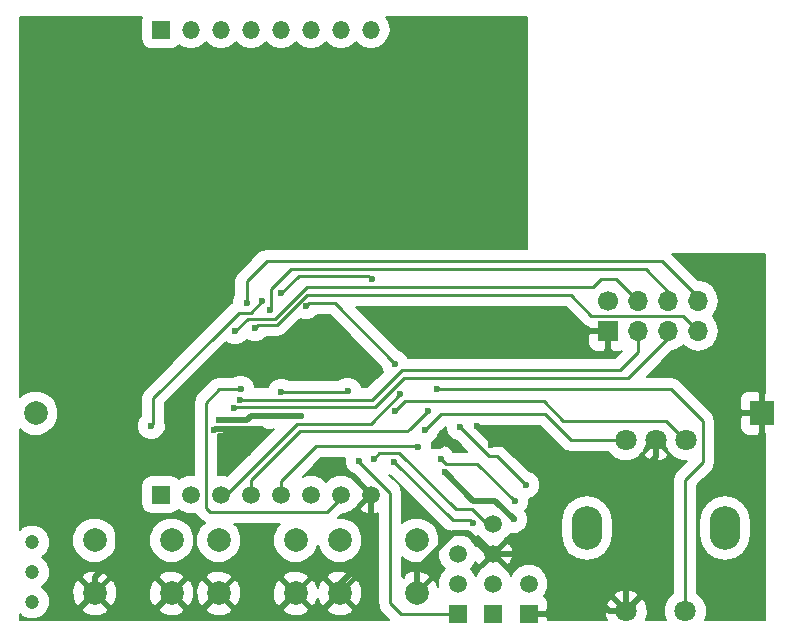
<source format=gbr>
G04 #@! TF.FileFunction,Copper,L2,Bot,Signal*
%FSLAX46Y46*%
G04 Gerber Fmt 4.6, Leading zero omitted, Abs format (unit mm)*
G04 Created by KiCad (PCBNEW 4.0.2-stable) date 22/10/2018 19:31:19*
%MOMM*%
G01*
G04 APERTURE LIST*
%ADD10C,0.100000*%
%ADD11R,1.524000X1.524000*%
%ADD12O,1.500000X1.500000*%
%ADD13R,1.500000X1.500000*%
%ADD14C,1.500000*%
%ADD15C,1.200000*%
%ADD16C,2.000000*%
%ADD17C,1.800000*%
%ADD18O,2.600000X3.700000*%
%ADD19C,1.700000*%
%ADD20R,1.700000X1.700000*%
%ADD21O,1.700000X1.700000*%
%ADD22R,2.000000X2.000000*%
%ADD23C,0.600000*%
%ADD24C,0.500000*%
%ADD25C,0.250000*%
%ADD26C,0.200000*%
G04 APERTURE END LIST*
D10*
D11*
X65910000Y-39070000D03*
D12*
X68450000Y-39070000D03*
X70990000Y-39070000D03*
X73530000Y-39070000D03*
X76070000Y-39070000D03*
X78610000Y-39070000D03*
X81150000Y-39070000D03*
X83690000Y-39070000D03*
D13*
X65910000Y-78440000D03*
D14*
X68450000Y-78440000D03*
X70990000Y-78440000D03*
X73530000Y-78440000D03*
X76070000Y-78440000D03*
X78610000Y-78440000D03*
X81150000Y-78440000D03*
X83690000Y-78440000D03*
D15*
X55000000Y-82500000D03*
X55000000Y-85000000D03*
X55000000Y-87500000D03*
D16*
X60300000Y-82300000D03*
X66800000Y-82300000D03*
X60300000Y-86800000D03*
X66800000Y-86800000D03*
X70800000Y-82300000D03*
X77300000Y-82300000D03*
X70800000Y-86800000D03*
X77300000Y-86800000D03*
X81050000Y-82300000D03*
X87550000Y-82300000D03*
X81050000Y-86800000D03*
X87550000Y-86800000D03*
D17*
X107800000Y-73800000D03*
X110350000Y-73800000D03*
X105250000Y-73800000D03*
X110300000Y-88300000D03*
X105300000Y-88300000D03*
D18*
X113650000Y-81300000D03*
X101950000Y-81300000D03*
D19*
X103770000Y-62050000D03*
D20*
X103770000Y-64590000D03*
D21*
X106310000Y-62050000D03*
X106310000Y-64590000D03*
X108850000Y-62050000D03*
X108850000Y-64590000D03*
X111390000Y-62050000D03*
X111390000Y-64590000D03*
D13*
X97050000Y-88550000D03*
D14*
X97050000Y-86010000D03*
D13*
X94050000Y-88550000D03*
D14*
X94050000Y-86010000D03*
X94050000Y-83470000D03*
X94050000Y-80930000D03*
D13*
X91050000Y-88550000D03*
D14*
X91050000Y-86010000D03*
X91050000Y-83470000D03*
D22*
X116800000Y-71550000D03*
D16*
X55300000Y-71550000D03*
D23*
X76400000Y-65600000D03*
X76337500Y-67262500D03*
X78000000Y-67200000D03*
X78062500Y-65537500D03*
X90000000Y-73850000D03*
X92650000Y-72600000D03*
X74400000Y-72900000D03*
X73300000Y-74950000D03*
X74400000Y-72900000D03*
X70400000Y-72950000D03*
X64950000Y-59350000D03*
X66500000Y-64350000D03*
X83900000Y-63550000D03*
X61250000Y-76950000D03*
X93850000Y-74250000D03*
X58350000Y-68550000D03*
X65450000Y-68300000D03*
X77800000Y-71800000D03*
X70800000Y-72100000D03*
X75100000Y-71750000D03*
X89950000Y-76550000D03*
X95800000Y-80550000D03*
X85700000Y-71400000D03*
X88250000Y-73000000D03*
X78200000Y-62500000D03*
X96800000Y-77650000D03*
X91200000Y-72750000D03*
X85750000Y-67400000D03*
X89300000Y-69500000D03*
X76100000Y-61400000D03*
X83750000Y-60200000D03*
X74500000Y-62050000D03*
X65100000Y-72650000D03*
X75100000Y-62800000D03*
X73850000Y-64350000D03*
X73150000Y-62200000D03*
X72200000Y-64600000D03*
X72100000Y-71150000D03*
X72600000Y-70400000D03*
X72650000Y-69500000D03*
X81700000Y-69650000D03*
X76100000Y-69750000D03*
X95850000Y-79000000D03*
X89600000Y-75450000D03*
X82700000Y-75600000D03*
X83900000Y-75400000D03*
X94050000Y-80930000D03*
X85650000Y-75650000D03*
X92300000Y-80850000D03*
X87650000Y-74400000D03*
X86150000Y-69950000D03*
X88500000Y-71350000D03*
D24*
X76337500Y-67262500D02*
X76400000Y-67200000D01*
X76400000Y-67200000D02*
X78000000Y-67200000D01*
X78062500Y-65537500D02*
X78000000Y-65600000D01*
X78000000Y-65600000D02*
X76400000Y-65600000D01*
X93850000Y-74250000D02*
X93850000Y-73800000D01*
X89500000Y-74350000D02*
X89050000Y-74350000D01*
X90000000Y-73850000D02*
X89500000Y-74350000D01*
X93850000Y-73800000D02*
X92650000Y-72600000D01*
X74400000Y-72900000D02*
X73300000Y-74000000D01*
X73300000Y-74000000D02*
X73300000Y-74950000D01*
X70450000Y-72900000D02*
X74400000Y-72900000D01*
X70400000Y-72950000D02*
X70450000Y-72900000D01*
X66500000Y-60900000D02*
X66500000Y-64350000D01*
X66500000Y-60900000D02*
X64950000Y-59350000D01*
X98970000Y-83470000D02*
X98970000Y-77930000D01*
X98970000Y-77930000D02*
X100800000Y-76100000D01*
X84940000Y-64590000D02*
X103770000Y-64590000D01*
X83900000Y-63550000D02*
X84940000Y-64590000D01*
X60300000Y-86800000D02*
X60300000Y-85450000D01*
X62250000Y-77950000D02*
X61250000Y-76950000D01*
X62250000Y-83500000D02*
X62250000Y-77950000D01*
X60300000Y-85450000D02*
X62250000Y-83500000D01*
X58350000Y-68550000D02*
X58350000Y-74050000D01*
X58350000Y-74050000D02*
X61250000Y-76950000D01*
X105300000Y-88300000D02*
X105300000Y-77750000D01*
X105300000Y-77750000D02*
X106850000Y-76200000D01*
X98900000Y-74200000D02*
X100800000Y-76100000D01*
X93900000Y-74200000D02*
X98900000Y-74200000D01*
X93850000Y-74250000D02*
X93900000Y-74200000D01*
X100800000Y-76100000D02*
X100900000Y-76200000D01*
X100900000Y-76200000D02*
X106850000Y-76200000D01*
X107800000Y-75250000D02*
X107800000Y-73800000D01*
X106850000Y-76200000D02*
X107800000Y-75250000D01*
X65200000Y-68550000D02*
X58350000Y-68550000D01*
X65450000Y-68300000D02*
X65200000Y-68550000D01*
X81050000Y-86800000D02*
X81050000Y-86050000D01*
X81050000Y-86050000D02*
X83690000Y-83410000D01*
X83690000Y-83410000D02*
X83690000Y-78440000D01*
X105300000Y-88300000D02*
X103800000Y-88300000D01*
X98970000Y-83470000D02*
X94050000Y-83470000D01*
X103800000Y-88300000D02*
X98970000Y-83470000D01*
X94050000Y-83470000D02*
X93670000Y-83470000D01*
X93670000Y-83470000D02*
X91900000Y-81700000D01*
X91900000Y-81700000D02*
X90650000Y-81700000D01*
X90650000Y-81700000D02*
X87550000Y-84800000D01*
X87550000Y-84800000D02*
X87550000Y-86800000D01*
X77800000Y-71800000D02*
X77750000Y-71750000D01*
X77750000Y-71750000D02*
X75100000Y-71750000D01*
X75100000Y-71750000D02*
X73500000Y-71750000D01*
X73150000Y-72100000D02*
X70800000Y-72100000D01*
X73500000Y-71750000D02*
X73150000Y-72100000D01*
X94200000Y-78950000D02*
X95800000Y-80550000D01*
X92350000Y-78950000D02*
X94200000Y-78950000D01*
X92350000Y-78950000D02*
X89950000Y-76550000D01*
D25*
X110350000Y-73800000D02*
X110300000Y-73800000D01*
X110300000Y-73800000D02*
X108700000Y-72200000D01*
X86550000Y-70550000D02*
X85700000Y-71400000D01*
X98300000Y-70550000D02*
X86550000Y-70550000D01*
X99950000Y-72200000D02*
X98300000Y-70550000D01*
X108700000Y-72200000D02*
X99950000Y-72200000D01*
X98400000Y-71600000D02*
X89650000Y-71600000D01*
X89650000Y-71600000D02*
X88250000Y-73000000D01*
X100600000Y-73800000D02*
X105250000Y-73800000D01*
X98400000Y-71600000D02*
X100600000Y-73800000D01*
X94350000Y-75200000D02*
X96800000Y-77650000D01*
X93650000Y-75200000D02*
X94350000Y-75200000D01*
X91200000Y-72750000D02*
X93650000Y-75200000D01*
X85750000Y-67350000D02*
X85750000Y-67400000D01*
X80650000Y-62250000D02*
X85750000Y-67350000D01*
X78450000Y-62250000D02*
X80650000Y-62250000D01*
X78200000Y-62500000D02*
X78450000Y-62250000D01*
X111800000Y-75700000D02*
X111800000Y-72250000D01*
X109050000Y-69500000D02*
X107900000Y-69500000D01*
X111800000Y-72250000D02*
X109050000Y-69500000D01*
X83200000Y-59900000D02*
X83450000Y-59900000D01*
X107900000Y-69500000D02*
X89300000Y-69500000D01*
X76100000Y-61400000D02*
X77600000Y-59900000D01*
X77600000Y-59900000D02*
X83200000Y-59900000D01*
X83450000Y-59900000D02*
X83750000Y-60200000D01*
X110300000Y-88300000D02*
X110300000Y-77200000D01*
X110300000Y-77200000D02*
X111800000Y-75700000D01*
X74500000Y-62050000D02*
X73500000Y-63050000D01*
X73500000Y-63050000D02*
X72500000Y-63050000D01*
X72500000Y-63050000D02*
X70800000Y-64750000D01*
X65250000Y-70300000D02*
X70800000Y-64750000D01*
X65250000Y-72500000D02*
X65250000Y-70300000D01*
X65100000Y-72650000D02*
X65250000Y-72500000D01*
X76925000Y-59375000D02*
X106975000Y-59375000D01*
X106975000Y-59375000D02*
X108850000Y-61250000D01*
X108850000Y-61250000D02*
X108850000Y-62050000D01*
X75250000Y-61050000D02*
X76925000Y-59375000D01*
X76925000Y-59375000D02*
X76950000Y-59350000D01*
X75250000Y-62650000D02*
X75250000Y-61050000D01*
X75100000Y-62800000D02*
X75250000Y-62650000D01*
X108850000Y-62050000D02*
X108550000Y-62050000D01*
X108850000Y-62050000D02*
X108850000Y-61850000D01*
X110100000Y-63300000D02*
X111390000Y-64590000D01*
X102350000Y-63300000D02*
X110100000Y-63300000D01*
X100600000Y-61550000D02*
X102350000Y-63300000D01*
X78250000Y-61550000D02*
X100600000Y-61550000D01*
X75700000Y-64100000D02*
X78250000Y-61550000D01*
X74100000Y-64100000D02*
X75700000Y-64100000D01*
X73850000Y-64350000D02*
X74100000Y-64100000D01*
X111390000Y-64590000D02*
X111860000Y-64590000D01*
X111390000Y-64590000D02*
X111410000Y-64590000D01*
X108300000Y-58650000D02*
X74850000Y-58650000D01*
X74850000Y-58650000D02*
X74350000Y-59150000D01*
X108300000Y-58650000D02*
X111390000Y-61740000D01*
X74350000Y-59200000D02*
X74350000Y-59150000D01*
X73150000Y-60400000D02*
X74350000Y-59200000D01*
X73150000Y-62200000D02*
X73150000Y-60400000D01*
X111390000Y-62050000D02*
X111390000Y-61740000D01*
X111390000Y-62050000D02*
X110850000Y-62050000D01*
X111390000Y-62050000D02*
X111390000Y-61440000D01*
X111390000Y-62050000D02*
X111150000Y-62050000D01*
X104460000Y-60200000D02*
X106310000Y-62050000D01*
X103150000Y-60200000D02*
X104460000Y-60200000D01*
X102450000Y-60900000D02*
X103150000Y-60200000D01*
X78250000Y-60900000D02*
X102450000Y-60900000D01*
X75600000Y-63550000D02*
X78250000Y-60900000D01*
X73250000Y-63550000D02*
X75600000Y-63550000D01*
X72200000Y-64600000D02*
X73250000Y-63550000D01*
X106310000Y-62050000D02*
X105950000Y-62050000D01*
X86450000Y-68600000D02*
X105450000Y-68600000D01*
X84000000Y-71050000D02*
X86450000Y-68600000D01*
X72200000Y-71050000D02*
X84000000Y-71050000D01*
X72100000Y-71150000D02*
X72200000Y-71050000D01*
X108850000Y-64590000D02*
X108850000Y-65200000D01*
X108850000Y-65200000D02*
X105450000Y-68600000D01*
X86300000Y-67900000D02*
X83800000Y-70400000D01*
X83800000Y-70400000D02*
X72600000Y-70400000D01*
X106310000Y-64590000D02*
X106310000Y-66340000D01*
X104750000Y-67900000D02*
X94950000Y-67900000D01*
X106310000Y-66340000D02*
X104750000Y-67900000D01*
X94950000Y-67900000D02*
X86300000Y-67900000D01*
X106310000Y-64590000D02*
X106310000Y-65090000D01*
X81150000Y-78440000D02*
X81150000Y-78700000D01*
X81150000Y-78700000D02*
X79950000Y-79900000D01*
X70850000Y-69500000D02*
X72650000Y-69500000D01*
X69700000Y-70650000D02*
X70850000Y-69500000D01*
X69700000Y-79550000D02*
X69700000Y-70650000D01*
X70050000Y-79900000D02*
X69700000Y-79550000D01*
X79950000Y-79900000D02*
X70050000Y-79900000D01*
X81150000Y-78440000D02*
X81150000Y-78450000D01*
X76100000Y-69750000D02*
X76150000Y-69800000D01*
X76150000Y-69800000D02*
X81550000Y-69800000D01*
X81550000Y-69800000D02*
X81700000Y-69650000D01*
X92700000Y-75850000D02*
X95850000Y-79000000D01*
X90000000Y-75850000D02*
X92700000Y-75850000D01*
X89600000Y-75450000D02*
X90000000Y-75850000D01*
X91050000Y-88550000D02*
X86200000Y-88550000D01*
X82700000Y-75700000D02*
X82700000Y-75600000D01*
X85300000Y-78300000D02*
X82700000Y-75700000D01*
X85300000Y-87650000D02*
X85300000Y-78300000D01*
X86200000Y-88550000D02*
X85300000Y-87650000D01*
X92250000Y-79700000D02*
X90850000Y-79700000D01*
X90850000Y-79700000D02*
X86050000Y-74900000D01*
X86050000Y-74900000D02*
X84700000Y-74900000D01*
X92250000Y-79700000D02*
X93480000Y-80930000D01*
X84400000Y-74900000D02*
X84700000Y-74900000D01*
X83900000Y-75400000D02*
X84400000Y-74900000D01*
X94050000Y-80930000D02*
X93480000Y-80930000D01*
X85650000Y-75650000D02*
X90600000Y-80600000D01*
X90600000Y-80600000D02*
X92050000Y-80600000D01*
X92050000Y-80600000D02*
X92300000Y-80850000D01*
X84350000Y-74350000D02*
X87600000Y-74350000D01*
X76070000Y-77330000D02*
X79050000Y-74350000D01*
X79050000Y-74350000D02*
X84350000Y-74350000D01*
X76070000Y-78440000D02*
X76070000Y-77330000D01*
X87600000Y-74350000D02*
X87650000Y-74400000D01*
X79400000Y-72450000D02*
X77400000Y-72450000D01*
X77400000Y-72450000D02*
X71410000Y-78440000D01*
X83650000Y-72450000D02*
X79400000Y-72450000D01*
X86150000Y-69950000D02*
X83650000Y-72450000D01*
X71410000Y-78440000D02*
X70990000Y-78440000D01*
X86700000Y-73100000D02*
X86750000Y-73100000D01*
X86750000Y-73100000D02*
X86950000Y-72900000D01*
X86950000Y-72900000D02*
X88500000Y-71350000D01*
X73530000Y-78440000D02*
X73530000Y-77220000D01*
X77650000Y-73100000D02*
X86700000Y-73100000D01*
X73530000Y-77220000D02*
X77650000Y-73100000D01*
D26*
G36*
X99875216Y-74524785D02*
X100067138Y-74653023D01*
X100207749Y-74746977D01*
X100600000Y-74825000D01*
X103729847Y-74825000D01*
X104229051Y-75325076D01*
X104890387Y-75599687D01*
X105606471Y-75600312D01*
X106268286Y-75326855D01*
X106553334Y-75042304D01*
X106775485Y-75042304D01*
X106849652Y-75370042D01*
X107522822Y-75614212D01*
X108238190Y-75582185D01*
X108750348Y-75370042D01*
X108824515Y-75042304D01*
X107800000Y-74017789D01*
X106775485Y-75042304D01*
X106553334Y-75042304D01*
X106775076Y-74820949D01*
X106926904Y-74455307D01*
X107582211Y-73800000D01*
X107568069Y-73785858D01*
X107785858Y-73568069D01*
X107800000Y-73582211D01*
X107814142Y-73568069D01*
X108031931Y-73785858D01*
X108017789Y-73800000D01*
X108673213Y-74455424D01*
X108823145Y-74818286D01*
X109329051Y-75325076D01*
X109990387Y-75599687D01*
X110450343Y-75600088D01*
X109575216Y-76475216D01*
X109353023Y-76807749D01*
X109275000Y-77200000D01*
X109275000Y-86779847D01*
X108774924Y-87279051D01*
X108500313Y-87940387D01*
X108499688Y-88656471D01*
X108651961Y-89025000D01*
X106951779Y-89025000D01*
X107114212Y-88577178D01*
X107082185Y-87861810D01*
X106870042Y-87349652D01*
X106542304Y-87275485D01*
X105517789Y-88300000D01*
X105531931Y-88314142D01*
X105314142Y-88531931D01*
X105300000Y-88517789D01*
X105285858Y-88531931D01*
X105068069Y-88314142D01*
X105082211Y-88300000D01*
X104057696Y-87275485D01*
X103729958Y-87349652D01*
X103485788Y-88022822D01*
X103517815Y-88738190D01*
X103636616Y-89025000D01*
X98700000Y-89025000D01*
X98700000Y-88929000D01*
X98475000Y-88704000D01*
X97204000Y-88704000D01*
X97204000Y-88724000D01*
X96896000Y-88724000D01*
X96896000Y-88704000D01*
X96876000Y-88704000D01*
X96876000Y-88396000D01*
X96896000Y-88396000D01*
X96896000Y-88376000D01*
X97204000Y-88376000D01*
X97204000Y-88396000D01*
X98475000Y-88396000D01*
X98700000Y-88171000D01*
X98700000Y-87620979D01*
X98562983Y-87290191D01*
X98333224Y-87060432D01*
X98335964Y-87057696D01*
X104275485Y-87057696D01*
X105300000Y-88082211D01*
X106324515Y-87057696D01*
X106250348Y-86729958D01*
X105577178Y-86485788D01*
X104861810Y-86517815D01*
X104349652Y-86729958D01*
X104275485Y-87057696D01*
X98335964Y-87057696D01*
X98447986Y-86945870D01*
X98699713Y-86339645D01*
X98700285Y-85683235D01*
X98449617Y-85076571D01*
X97985870Y-84612014D01*
X97379645Y-84360287D01*
X96723235Y-84359715D01*
X96116571Y-84610383D01*
X95652014Y-85074130D01*
X95550060Y-85319662D01*
X95449617Y-85076571D01*
X94985870Y-84612014D01*
X94965807Y-84603683D01*
X94965820Y-84603609D01*
X94050000Y-83687789D01*
X93135035Y-84602754D01*
X93116571Y-84610383D01*
X92652014Y-85074130D01*
X92550060Y-85319662D01*
X92449617Y-85076571D01*
X92113453Y-84739820D01*
X92447986Y-84405870D01*
X92541882Y-84179743D01*
X92604165Y-84330106D01*
X92916391Y-84385820D01*
X93832211Y-83470000D01*
X94267789Y-83470000D01*
X95183609Y-84385820D01*
X95495835Y-84330106D01*
X95714925Y-83711337D01*
X95680547Y-83055827D01*
X95495835Y-82609894D01*
X95183609Y-82554180D01*
X94267789Y-83470000D01*
X93832211Y-83470000D01*
X92916391Y-82554180D01*
X92604165Y-82609894D01*
X92546826Y-82771835D01*
X92449617Y-82536571D01*
X91985870Y-82072014D01*
X91379645Y-81820287D01*
X90723235Y-81819715D01*
X90116571Y-82070383D01*
X89652014Y-82534130D01*
X89400287Y-83140355D01*
X89399715Y-83796765D01*
X89650383Y-84403429D01*
X89986547Y-84740180D01*
X89652014Y-85074130D01*
X89400287Y-85680355D01*
X89399777Y-86265055D01*
X89202805Y-85789521D01*
X88864712Y-85703077D01*
X87767789Y-86800000D01*
X87781931Y-86814142D01*
X87564142Y-87031931D01*
X87550000Y-87017789D01*
X87535858Y-87031931D01*
X87318069Y-86814142D01*
X87332211Y-86800000D01*
X87318069Y-86785858D01*
X87535858Y-86568069D01*
X87550000Y-86582211D01*
X88646923Y-85485288D01*
X88560479Y-85147195D01*
X87851060Y-84886314D01*
X87095807Y-84916774D01*
X86539521Y-85147195D01*
X86453078Y-85485286D01*
X86325000Y-85357208D01*
X86325000Y-83762214D01*
X86472331Y-83909802D01*
X87170409Y-84199669D01*
X87926275Y-84200329D01*
X88624857Y-83911681D01*
X89159802Y-83377669D01*
X89449669Y-82679591D01*
X89450329Y-81923725D01*
X89161681Y-81225143D01*
X88627669Y-80690198D01*
X87929591Y-80400331D01*
X87173725Y-80399671D01*
X86475143Y-80688319D01*
X86325000Y-80838200D01*
X86325000Y-78300000D01*
X86246977Y-77907749D01*
X86141432Y-77749791D01*
X86024784Y-77575215D01*
X85220612Y-76771043D01*
X85393097Y-76842665D01*
X89875215Y-81324784D01*
X90180631Y-81528857D01*
X90207749Y-81546977D01*
X90600000Y-81625000D01*
X91378072Y-81625000D01*
X91619367Y-81866717D01*
X92060258Y-82049791D01*
X92537647Y-82050207D01*
X92749466Y-81962685D01*
X93114130Y-82327986D01*
X93134193Y-82336317D01*
X93134180Y-82336391D01*
X94050000Y-83252211D01*
X94964965Y-82337246D01*
X94983429Y-82329617D01*
X95447986Y-81865870D01*
X95505609Y-81727099D01*
X95560258Y-81749791D01*
X96037647Y-81750207D01*
X96478857Y-81567903D01*
X96816717Y-81230633D01*
X96999791Y-80789742D01*
X96999872Y-80696124D01*
X99750000Y-80696124D01*
X99750000Y-81903876D01*
X99917465Y-82745780D01*
X100394365Y-83459511D01*
X101108096Y-83936411D01*
X101950000Y-84103876D01*
X102791904Y-83936411D01*
X103505635Y-83459511D01*
X103982535Y-82745780D01*
X104150000Y-81903876D01*
X104150000Y-80696124D01*
X103982535Y-79854220D01*
X103505635Y-79140489D01*
X102791904Y-78663589D01*
X101950000Y-78496124D01*
X101108096Y-78663589D01*
X100394365Y-79140489D01*
X99917465Y-79854220D01*
X99750000Y-80696124D01*
X96999872Y-80696124D01*
X97000207Y-80312353D01*
X96817903Y-79871143D01*
X96747012Y-79800128D01*
X96866717Y-79680633D01*
X97049791Y-79239742D01*
X97050135Y-78845047D01*
X97478857Y-78667903D01*
X97816717Y-78330633D01*
X97999791Y-77889742D01*
X98000207Y-77412353D01*
X97817903Y-76971143D01*
X97480633Y-76633283D01*
X97056904Y-76457335D01*
X95074784Y-74475216D01*
X94742251Y-74253023D01*
X94728104Y-74250209D01*
X94350000Y-74175000D01*
X94074569Y-74175000D01*
X92524568Y-72625000D01*
X97975432Y-72625000D01*
X99875216Y-74524785D01*
X99875216Y-74524785D01*
G37*
X99875216Y-74524785D02*
X100067138Y-74653023D01*
X100207749Y-74746977D01*
X100600000Y-74825000D01*
X103729847Y-74825000D01*
X104229051Y-75325076D01*
X104890387Y-75599687D01*
X105606471Y-75600312D01*
X106268286Y-75326855D01*
X106553334Y-75042304D01*
X106775485Y-75042304D01*
X106849652Y-75370042D01*
X107522822Y-75614212D01*
X108238190Y-75582185D01*
X108750348Y-75370042D01*
X108824515Y-75042304D01*
X107800000Y-74017789D01*
X106775485Y-75042304D01*
X106553334Y-75042304D01*
X106775076Y-74820949D01*
X106926904Y-74455307D01*
X107582211Y-73800000D01*
X107568069Y-73785858D01*
X107785858Y-73568069D01*
X107800000Y-73582211D01*
X107814142Y-73568069D01*
X108031931Y-73785858D01*
X108017789Y-73800000D01*
X108673213Y-74455424D01*
X108823145Y-74818286D01*
X109329051Y-75325076D01*
X109990387Y-75599687D01*
X110450343Y-75600088D01*
X109575216Y-76475216D01*
X109353023Y-76807749D01*
X109275000Y-77200000D01*
X109275000Y-86779847D01*
X108774924Y-87279051D01*
X108500313Y-87940387D01*
X108499688Y-88656471D01*
X108651961Y-89025000D01*
X106951779Y-89025000D01*
X107114212Y-88577178D01*
X107082185Y-87861810D01*
X106870042Y-87349652D01*
X106542304Y-87275485D01*
X105517789Y-88300000D01*
X105531931Y-88314142D01*
X105314142Y-88531931D01*
X105300000Y-88517789D01*
X105285858Y-88531931D01*
X105068069Y-88314142D01*
X105082211Y-88300000D01*
X104057696Y-87275485D01*
X103729958Y-87349652D01*
X103485788Y-88022822D01*
X103517815Y-88738190D01*
X103636616Y-89025000D01*
X98700000Y-89025000D01*
X98700000Y-88929000D01*
X98475000Y-88704000D01*
X97204000Y-88704000D01*
X97204000Y-88724000D01*
X96896000Y-88724000D01*
X96896000Y-88704000D01*
X96876000Y-88704000D01*
X96876000Y-88396000D01*
X96896000Y-88396000D01*
X96896000Y-88376000D01*
X97204000Y-88376000D01*
X97204000Y-88396000D01*
X98475000Y-88396000D01*
X98700000Y-88171000D01*
X98700000Y-87620979D01*
X98562983Y-87290191D01*
X98333224Y-87060432D01*
X98335964Y-87057696D01*
X104275485Y-87057696D01*
X105300000Y-88082211D01*
X106324515Y-87057696D01*
X106250348Y-86729958D01*
X105577178Y-86485788D01*
X104861810Y-86517815D01*
X104349652Y-86729958D01*
X104275485Y-87057696D01*
X98335964Y-87057696D01*
X98447986Y-86945870D01*
X98699713Y-86339645D01*
X98700285Y-85683235D01*
X98449617Y-85076571D01*
X97985870Y-84612014D01*
X97379645Y-84360287D01*
X96723235Y-84359715D01*
X96116571Y-84610383D01*
X95652014Y-85074130D01*
X95550060Y-85319662D01*
X95449617Y-85076571D01*
X94985870Y-84612014D01*
X94965807Y-84603683D01*
X94965820Y-84603609D01*
X94050000Y-83687789D01*
X93135035Y-84602754D01*
X93116571Y-84610383D01*
X92652014Y-85074130D01*
X92550060Y-85319662D01*
X92449617Y-85076571D01*
X92113453Y-84739820D01*
X92447986Y-84405870D01*
X92541882Y-84179743D01*
X92604165Y-84330106D01*
X92916391Y-84385820D01*
X93832211Y-83470000D01*
X94267789Y-83470000D01*
X95183609Y-84385820D01*
X95495835Y-84330106D01*
X95714925Y-83711337D01*
X95680547Y-83055827D01*
X95495835Y-82609894D01*
X95183609Y-82554180D01*
X94267789Y-83470000D01*
X93832211Y-83470000D01*
X92916391Y-82554180D01*
X92604165Y-82609894D01*
X92546826Y-82771835D01*
X92449617Y-82536571D01*
X91985870Y-82072014D01*
X91379645Y-81820287D01*
X90723235Y-81819715D01*
X90116571Y-82070383D01*
X89652014Y-82534130D01*
X89400287Y-83140355D01*
X89399715Y-83796765D01*
X89650383Y-84403429D01*
X89986547Y-84740180D01*
X89652014Y-85074130D01*
X89400287Y-85680355D01*
X89399777Y-86265055D01*
X89202805Y-85789521D01*
X88864712Y-85703077D01*
X87767789Y-86800000D01*
X87781931Y-86814142D01*
X87564142Y-87031931D01*
X87550000Y-87017789D01*
X87535858Y-87031931D01*
X87318069Y-86814142D01*
X87332211Y-86800000D01*
X87318069Y-86785858D01*
X87535858Y-86568069D01*
X87550000Y-86582211D01*
X88646923Y-85485288D01*
X88560479Y-85147195D01*
X87851060Y-84886314D01*
X87095807Y-84916774D01*
X86539521Y-85147195D01*
X86453078Y-85485286D01*
X86325000Y-85357208D01*
X86325000Y-83762214D01*
X86472331Y-83909802D01*
X87170409Y-84199669D01*
X87926275Y-84200329D01*
X88624857Y-83911681D01*
X89159802Y-83377669D01*
X89449669Y-82679591D01*
X89450329Y-81923725D01*
X89161681Y-81225143D01*
X88627669Y-80690198D01*
X87929591Y-80400331D01*
X87173725Y-80399671D01*
X86475143Y-80688319D01*
X86325000Y-80838200D01*
X86325000Y-78300000D01*
X86246977Y-77907749D01*
X86141432Y-77749791D01*
X86024784Y-77575215D01*
X85220612Y-76771043D01*
X85393097Y-76842665D01*
X89875215Y-81324784D01*
X90180631Y-81528857D01*
X90207749Y-81546977D01*
X90600000Y-81625000D01*
X91378072Y-81625000D01*
X91619367Y-81866717D01*
X92060258Y-82049791D01*
X92537647Y-82050207D01*
X92749466Y-81962685D01*
X93114130Y-82327986D01*
X93134193Y-82336317D01*
X93134180Y-82336391D01*
X94050000Y-83252211D01*
X94964965Y-82337246D01*
X94983429Y-82329617D01*
X95447986Y-81865870D01*
X95505609Y-81727099D01*
X95560258Y-81749791D01*
X96037647Y-81750207D01*
X96478857Y-81567903D01*
X96816717Y-81230633D01*
X96999791Y-80789742D01*
X96999872Y-80696124D01*
X99750000Y-80696124D01*
X99750000Y-81903876D01*
X99917465Y-82745780D01*
X100394365Y-83459511D01*
X101108096Y-83936411D01*
X101950000Y-84103876D01*
X102791904Y-83936411D01*
X103505635Y-83459511D01*
X103982535Y-82745780D01*
X104150000Y-81903876D01*
X104150000Y-80696124D01*
X103982535Y-79854220D01*
X103505635Y-79140489D01*
X102791904Y-78663589D01*
X101950000Y-78496124D01*
X101108096Y-78663589D01*
X100394365Y-79140489D01*
X99917465Y-79854220D01*
X99750000Y-80696124D01*
X96999872Y-80696124D01*
X97000207Y-80312353D01*
X96817903Y-79871143D01*
X96747012Y-79800128D01*
X96866717Y-79680633D01*
X97049791Y-79239742D01*
X97050135Y-78845047D01*
X97478857Y-78667903D01*
X97816717Y-78330633D01*
X97999791Y-77889742D01*
X98000207Y-77412353D01*
X97817903Y-76971143D01*
X97480633Y-76633283D01*
X97056904Y-76457335D01*
X95074784Y-74475216D01*
X94742251Y-74253023D01*
X94728104Y-74250209D01*
X94350000Y-74175000D01*
X94074569Y-74175000D01*
X92524568Y-72625000D01*
X97975432Y-72625000D01*
X99875216Y-74524785D01*
G36*
X117025000Y-69804000D02*
X116954000Y-69875000D01*
X116954000Y-71396000D01*
X116974000Y-71396000D01*
X116974000Y-71704000D01*
X116954000Y-71704000D01*
X116954000Y-73225000D01*
X117025000Y-73296000D01*
X117025000Y-89025000D01*
X111947965Y-89025000D01*
X112099687Y-88659613D01*
X112100312Y-87943529D01*
X111826855Y-87281714D01*
X111325000Y-86778982D01*
X111325000Y-80696124D01*
X111450000Y-80696124D01*
X111450000Y-81903876D01*
X111617465Y-82745780D01*
X112094365Y-83459511D01*
X112808096Y-83936411D01*
X113650000Y-84103876D01*
X114491904Y-83936411D01*
X115205635Y-83459511D01*
X115682535Y-82745780D01*
X115850000Y-81903876D01*
X115850000Y-80696124D01*
X115682535Y-79854220D01*
X115205635Y-79140489D01*
X114491904Y-78663589D01*
X113650000Y-78496124D01*
X112808096Y-78663589D01*
X112094365Y-79140489D01*
X111617465Y-79854220D01*
X111450000Y-80696124D01*
X111325000Y-80696124D01*
X111325000Y-77624568D01*
X112524784Y-76424785D01*
X112746977Y-76092251D01*
X112749641Y-76078857D01*
X112825000Y-75700000D01*
X112825000Y-72250000D01*
X112761150Y-71929000D01*
X114900000Y-71929000D01*
X114900000Y-72729021D01*
X115037017Y-73059809D01*
X115290191Y-73312983D01*
X115620979Y-73450000D01*
X116421000Y-73450000D01*
X116646000Y-73225000D01*
X116646000Y-71704000D01*
X115125000Y-71704000D01*
X114900000Y-71929000D01*
X112761150Y-71929000D01*
X112746977Y-71857749D01*
X112663811Y-71733283D01*
X112524784Y-71525215D01*
X111370548Y-70370979D01*
X114900000Y-70370979D01*
X114900000Y-71171000D01*
X115125000Y-71396000D01*
X116646000Y-71396000D01*
X116646000Y-69875000D01*
X116421000Y-69650000D01*
X115620979Y-69650000D01*
X115290191Y-69787017D01*
X115037017Y-70040191D01*
X114900000Y-70370979D01*
X111370548Y-70370979D01*
X109774784Y-68775216D01*
X109442251Y-68553023D01*
X109428104Y-68550209D01*
X109050000Y-68475000D01*
X107024568Y-68475000D01*
X109193638Y-66305931D01*
X109519696Y-66241074D01*
X110087437Y-65861722D01*
X110120000Y-65812988D01*
X110152563Y-65861722D01*
X110720304Y-66241074D01*
X111390000Y-66374285D01*
X112059696Y-66241074D01*
X112627437Y-65861722D01*
X113006789Y-65293981D01*
X113140000Y-64624285D01*
X113140000Y-64555715D01*
X113006789Y-63886019D01*
X112628588Y-63320000D01*
X113006789Y-62753981D01*
X113140000Y-62084285D01*
X113140000Y-62015715D01*
X113006789Y-61346019D01*
X112627437Y-60778278D01*
X112059696Y-60398926D01*
X111390000Y-60265715D01*
X111369384Y-60269816D01*
X109199568Y-58100000D01*
X117025000Y-58100000D01*
X117025000Y-69804000D01*
X117025000Y-69804000D01*
G37*
X117025000Y-69804000D02*
X116954000Y-69875000D01*
X116954000Y-71396000D01*
X116974000Y-71396000D01*
X116974000Y-71704000D01*
X116954000Y-71704000D01*
X116954000Y-73225000D01*
X117025000Y-73296000D01*
X117025000Y-89025000D01*
X111947965Y-89025000D01*
X112099687Y-88659613D01*
X112100312Y-87943529D01*
X111826855Y-87281714D01*
X111325000Y-86778982D01*
X111325000Y-80696124D01*
X111450000Y-80696124D01*
X111450000Y-81903876D01*
X111617465Y-82745780D01*
X112094365Y-83459511D01*
X112808096Y-83936411D01*
X113650000Y-84103876D01*
X114491904Y-83936411D01*
X115205635Y-83459511D01*
X115682535Y-82745780D01*
X115850000Y-81903876D01*
X115850000Y-80696124D01*
X115682535Y-79854220D01*
X115205635Y-79140489D01*
X114491904Y-78663589D01*
X113650000Y-78496124D01*
X112808096Y-78663589D01*
X112094365Y-79140489D01*
X111617465Y-79854220D01*
X111450000Y-80696124D01*
X111325000Y-80696124D01*
X111325000Y-77624568D01*
X112524784Y-76424785D01*
X112746977Y-76092251D01*
X112749641Y-76078857D01*
X112825000Y-75700000D01*
X112825000Y-72250000D01*
X112761150Y-71929000D01*
X114900000Y-71929000D01*
X114900000Y-72729021D01*
X115037017Y-73059809D01*
X115290191Y-73312983D01*
X115620979Y-73450000D01*
X116421000Y-73450000D01*
X116646000Y-73225000D01*
X116646000Y-71704000D01*
X115125000Y-71704000D01*
X114900000Y-71929000D01*
X112761150Y-71929000D01*
X112746977Y-71857749D01*
X112663811Y-71733283D01*
X112524784Y-71525215D01*
X111370548Y-70370979D01*
X114900000Y-70370979D01*
X114900000Y-71171000D01*
X115125000Y-71396000D01*
X116646000Y-71396000D01*
X116646000Y-69875000D01*
X116421000Y-69650000D01*
X115620979Y-69650000D01*
X115290191Y-69787017D01*
X115037017Y-70040191D01*
X114900000Y-70370979D01*
X111370548Y-70370979D01*
X109774784Y-68775216D01*
X109442251Y-68553023D01*
X109428104Y-68550209D01*
X109050000Y-68475000D01*
X107024568Y-68475000D01*
X109193638Y-66305931D01*
X109519696Y-66241074D01*
X110087437Y-65861722D01*
X110120000Y-65812988D01*
X110152563Y-65861722D01*
X110720304Y-66241074D01*
X111390000Y-66374285D01*
X112059696Y-66241074D01*
X112627437Y-65861722D01*
X113006789Y-65293981D01*
X113140000Y-64624285D01*
X113140000Y-64555715D01*
X113006789Y-63886019D01*
X112628588Y-63320000D01*
X113006789Y-62753981D01*
X113140000Y-62084285D01*
X113140000Y-62015715D01*
X113006789Y-61346019D01*
X112627437Y-60778278D01*
X112059696Y-60398926D01*
X111390000Y-60265715D01*
X111369384Y-60269816D01*
X109199568Y-58100000D01*
X117025000Y-58100000D01*
X117025000Y-69804000D01*
G36*
X64230368Y-38308000D02*
X64230368Y-39832000D01*
X64293124Y-40165520D01*
X64490234Y-40471838D01*
X64790990Y-40677336D01*
X65148000Y-40749632D01*
X66672000Y-40749632D01*
X67005520Y-40686876D01*
X67311838Y-40489766D01*
X67411455Y-40343972D01*
X67786247Y-40594401D01*
X68417675Y-40720000D01*
X68482325Y-40720000D01*
X69113753Y-40594401D01*
X69649051Y-40236726D01*
X69720000Y-40130543D01*
X69790949Y-40236726D01*
X70326247Y-40594401D01*
X70957675Y-40720000D01*
X71022325Y-40720000D01*
X71653753Y-40594401D01*
X72189051Y-40236726D01*
X72260000Y-40130543D01*
X72330949Y-40236726D01*
X72866247Y-40594401D01*
X73497675Y-40720000D01*
X73562325Y-40720000D01*
X74193753Y-40594401D01*
X74729051Y-40236726D01*
X74800000Y-40130543D01*
X74870949Y-40236726D01*
X75406247Y-40594401D01*
X76037675Y-40720000D01*
X76102325Y-40720000D01*
X76733753Y-40594401D01*
X77269051Y-40236726D01*
X77340000Y-40130543D01*
X77410949Y-40236726D01*
X77946247Y-40594401D01*
X78577675Y-40720000D01*
X78642325Y-40720000D01*
X79273753Y-40594401D01*
X79809051Y-40236726D01*
X79880000Y-40130543D01*
X79950949Y-40236726D01*
X80486247Y-40594401D01*
X81117675Y-40720000D01*
X81182325Y-40720000D01*
X81813753Y-40594401D01*
X82349051Y-40236726D01*
X82420000Y-40130543D01*
X82490949Y-40236726D01*
X83026247Y-40594401D01*
X83657675Y-40720000D01*
X83722325Y-40720000D01*
X84353753Y-40594401D01*
X84889051Y-40236726D01*
X85246726Y-39701428D01*
X85372325Y-39070000D01*
X85246726Y-38438572D01*
X84936977Y-37975000D01*
X96900000Y-37975000D01*
X96900000Y-57625000D01*
X74850000Y-57625000D01*
X74457749Y-57703023D01*
X74324555Y-57792021D01*
X74125216Y-57925215D01*
X73625216Y-58425216D01*
X73524532Y-58575899D01*
X72425216Y-59675216D01*
X72203023Y-60007749D01*
X72125000Y-60400000D01*
X72125000Y-61539315D01*
X71950209Y-61960258D01*
X71949993Y-62208433D01*
X71775216Y-62325216D01*
X70075218Y-64025214D01*
X70075215Y-64025216D01*
X64525216Y-69575216D01*
X64303023Y-69907749D01*
X64225000Y-70300000D01*
X64225000Y-71827897D01*
X64083283Y-71969367D01*
X63900209Y-72410258D01*
X63899793Y-72887647D01*
X64082097Y-73328857D01*
X64419367Y-73666717D01*
X64860258Y-73849791D01*
X65337647Y-73850207D01*
X65778857Y-73667903D01*
X66116717Y-73330633D01*
X66299791Y-72889742D01*
X66300207Y-72412353D01*
X66275000Y-72351347D01*
X66275000Y-70724568D01*
X71451169Y-65548400D01*
X71519367Y-65616717D01*
X71960258Y-65799791D01*
X72437647Y-65800207D01*
X72878857Y-65617903D01*
X73149959Y-65347275D01*
X73169367Y-65366717D01*
X73610258Y-65549791D01*
X74087647Y-65550207D01*
X74528857Y-65367903D01*
X74772185Y-65125000D01*
X75700000Y-65125000D01*
X76092251Y-65046977D01*
X76424784Y-64824784D01*
X77670214Y-63579354D01*
X77960258Y-63699791D01*
X78437647Y-63700207D01*
X78878857Y-63517903D01*
X79122185Y-63275000D01*
X80225432Y-63275000D01*
X84549826Y-67599395D01*
X84549793Y-67637647D01*
X84714401Y-68036030D01*
X83375432Y-69375000D01*
X82884773Y-69375000D01*
X82717903Y-68971143D01*
X82380633Y-68633283D01*
X81939742Y-68450209D01*
X81462353Y-68449793D01*
X81021143Y-68632097D01*
X80877990Y-68775000D01*
X76822277Y-68775000D01*
X76780633Y-68733283D01*
X76339742Y-68550209D01*
X75862353Y-68549793D01*
X75421143Y-68732097D01*
X75083283Y-69069367D01*
X74956373Y-69375000D01*
X73850109Y-69375000D01*
X73850207Y-69262353D01*
X73667903Y-68821143D01*
X73330633Y-68483283D01*
X72889742Y-68300209D01*
X72412353Y-68299793D01*
X71988319Y-68475000D01*
X70850000Y-68475000D01*
X70457749Y-68553023D01*
X70387134Y-68600207D01*
X70125216Y-68775215D01*
X68975216Y-69925216D01*
X68753023Y-70257749D01*
X68675000Y-70650000D01*
X68675000Y-76790196D01*
X68123235Y-76789715D01*
X67516571Y-77040383D01*
X67391691Y-77165045D01*
X67317766Y-77050162D01*
X67017010Y-76844664D01*
X66660000Y-76772368D01*
X65160000Y-76772368D01*
X64826480Y-76835124D01*
X64520162Y-77032234D01*
X64314664Y-77332990D01*
X64242368Y-77690000D01*
X64242368Y-79190000D01*
X64305124Y-79523520D01*
X64502234Y-79829838D01*
X64802990Y-80035336D01*
X65160000Y-80107632D01*
X66660000Y-80107632D01*
X66993520Y-80044876D01*
X67299838Y-79847766D01*
X67390880Y-79714521D01*
X67514130Y-79837986D01*
X68120355Y-80089713D01*
X68776765Y-80090285D01*
X68835673Y-80065945D01*
X68975216Y-80274784D01*
X69325216Y-80624785D01*
X69524555Y-80757979D01*
X69602913Y-80810336D01*
X69190198Y-81222331D01*
X68900331Y-81920409D01*
X68899671Y-82676275D01*
X69188319Y-83374857D01*
X69722331Y-83909802D01*
X70420409Y-84199669D01*
X71176275Y-84200329D01*
X71874857Y-83911681D01*
X72409802Y-83377669D01*
X72699669Y-82679591D01*
X72700329Y-81923725D01*
X72411681Y-81225143D01*
X72112061Y-80925000D01*
X75988048Y-80925000D01*
X75690198Y-81222331D01*
X75400331Y-81920409D01*
X75399671Y-82676275D01*
X75688319Y-83374857D01*
X76222331Y-83909802D01*
X76920409Y-84199669D01*
X77676275Y-84200329D01*
X78374857Y-83911681D01*
X78909802Y-83377669D01*
X79175295Y-82738290D01*
X79438319Y-83374857D01*
X79972331Y-83909802D01*
X80670409Y-84199669D01*
X81426275Y-84200329D01*
X82124857Y-83911681D01*
X82659802Y-83377669D01*
X82949669Y-82679591D01*
X82950329Y-81923725D01*
X82661681Y-81225143D01*
X82127669Y-80690198D01*
X81429591Y-80400331D01*
X80899700Y-80399868D01*
X81209516Y-80090052D01*
X81476765Y-80090285D01*
X82083429Y-79839617D01*
X82547986Y-79375870D01*
X82556317Y-79355807D01*
X82556391Y-79355820D01*
X83472211Y-78440000D01*
X82557246Y-77525035D01*
X82549617Y-77506571D01*
X82085870Y-77042014D01*
X81479645Y-76790287D01*
X80823235Y-76789715D01*
X80216571Y-77040383D01*
X79879820Y-77376547D01*
X79545870Y-77042014D01*
X78939645Y-76790287D01*
X78283235Y-76789715D01*
X77902563Y-76947005D01*
X79474569Y-75375000D01*
X81500196Y-75375000D01*
X81499793Y-75837647D01*
X81682097Y-76278857D01*
X82019367Y-76616717D01*
X82272088Y-76721656D01*
X82786694Y-77236262D01*
X82774180Y-77306391D01*
X83690000Y-78222211D01*
X83704142Y-78208069D01*
X83921931Y-78425858D01*
X83907789Y-78440000D01*
X83921931Y-78454142D01*
X83704142Y-78671931D01*
X83690000Y-78657789D01*
X82774180Y-79573609D01*
X82829894Y-79885835D01*
X83448663Y-80104925D01*
X84104173Y-80070547D01*
X84275000Y-79999788D01*
X84275000Y-87650000D01*
X84324116Y-87896923D01*
X84353023Y-88042251D01*
X84575216Y-88374784D01*
X85225431Y-89025000D01*
X53975000Y-89025000D01*
X53975000Y-88596384D01*
X54149209Y-88770897D01*
X54700323Y-88999739D01*
X55297059Y-89000260D01*
X55848572Y-88772380D01*
X56270897Y-88350791D01*
X56368925Y-88114712D01*
X59203077Y-88114712D01*
X59289521Y-88452805D01*
X59998940Y-88713686D01*
X60754193Y-88683226D01*
X61310479Y-88452805D01*
X61396923Y-88114712D01*
X65703077Y-88114712D01*
X65789521Y-88452805D01*
X66498940Y-88713686D01*
X67254193Y-88683226D01*
X67810479Y-88452805D01*
X67896923Y-88114712D01*
X69703077Y-88114712D01*
X69789521Y-88452805D01*
X70498940Y-88713686D01*
X71254193Y-88683226D01*
X71810479Y-88452805D01*
X71896923Y-88114712D01*
X76203077Y-88114712D01*
X76289521Y-88452805D01*
X76998940Y-88713686D01*
X77754193Y-88683226D01*
X78310479Y-88452805D01*
X78396923Y-88114712D01*
X79953077Y-88114712D01*
X80039521Y-88452805D01*
X80748940Y-88713686D01*
X81504193Y-88683226D01*
X82060479Y-88452805D01*
X82146923Y-88114712D01*
X81050000Y-87017789D01*
X79953077Y-88114712D01*
X78396923Y-88114712D01*
X77300000Y-87017789D01*
X76203077Y-88114712D01*
X71896923Y-88114712D01*
X70800000Y-87017789D01*
X69703077Y-88114712D01*
X67896923Y-88114712D01*
X66800000Y-87017789D01*
X65703077Y-88114712D01*
X61396923Y-88114712D01*
X60300000Y-87017789D01*
X59203077Y-88114712D01*
X56368925Y-88114712D01*
X56499739Y-87799677D01*
X56500260Y-87202941D01*
X56272380Y-86651428D01*
X56120158Y-86498940D01*
X58386314Y-86498940D01*
X58416774Y-87254193D01*
X58647195Y-87810479D01*
X58985288Y-87896923D01*
X60082211Y-86800000D01*
X60517789Y-86800000D01*
X61614712Y-87896923D01*
X61952805Y-87810479D01*
X62213686Y-87101060D01*
X62189402Y-86498940D01*
X64886314Y-86498940D01*
X64916774Y-87254193D01*
X65147195Y-87810479D01*
X65485288Y-87896923D01*
X66582211Y-86800000D01*
X67017789Y-86800000D01*
X68114712Y-87896923D01*
X68452805Y-87810479D01*
X68713686Y-87101060D01*
X68689402Y-86498940D01*
X68886314Y-86498940D01*
X68916774Y-87254193D01*
X69147195Y-87810479D01*
X69485288Y-87896923D01*
X70582211Y-86800000D01*
X71017789Y-86800000D01*
X72114712Y-87896923D01*
X72452805Y-87810479D01*
X72713686Y-87101060D01*
X72689402Y-86498940D01*
X75386314Y-86498940D01*
X75416774Y-87254193D01*
X75647195Y-87810479D01*
X75985288Y-87896923D01*
X77082211Y-86800000D01*
X77517789Y-86800000D01*
X78614712Y-87896923D01*
X78952805Y-87810479D01*
X79165845Y-87231155D01*
X79166774Y-87254193D01*
X79397195Y-87810479D01*
X79735288Y-87896923D01*
X80832211Y-86800000D01*
X81267789Y-86800000D01*
X82364712Y-87896923D01*
X82702805Y-87810479D01*
X82963686Y-87101060D01*
X82933226Y-86345807D01*
X82702805Y-85789521D01*
X82364712Y-85703077D01*
X81267789Y-86800000D01*
X80832211Y-86800000D01*
X79735288Y-85703077D01*
X79397195Y-85789521D01*
X79184155Y-86368845D01*
X79183226Y-86345807D01*
X78952805Y-85789521D01*
X78614712Y-85703077D01*
X77517789Y-86800000D01*
X77082211Y-86800000D01*
X75985288Y-85703077D01*
X75647195Y-85789521D01*
X75386314Y-86498940D01*
X72689402Y-86498940D01*
X72683226Y-86345807D01*
X72452805Y-85789521D01*
X72114712Y-85703077D01*
X71017789Y-86800000D01*
X70582211Y-86800000D01*
X69485288Y-85703077D01*
X69147195Y-85789521D01*
X68886314Y-86498940D01*
X68689402Y-86498940D01*
X68683226Y-86345807D01*
X68452805Y-85789521D01*
X68114712Y-85703077D01*
X67017789Y-86800000D01*
X66582211Y-86800000D01*
X65485288Y-85703077D01*
X65147195Y-85789521D01*
X64886314Y-86498940D01*
X62189402Y-86498940D01*
X62183226Y-86345807D01*
X61952805Y-85789521D01*
X61614712Y-85703077D01*
X60517789Y-86800000D01*
X60082211Y-86800000D01*
X58985288Y-85703077D01*
X58647195Y-85789521D01*
X58386314Y-86498940D01*
X56120158Y-86498940D01*
X55871322Y-86249670D01*
X56270897Y-85850791D01*
X56422666Y-85485288D01*
X59203077Y-85485288D01*
X60300000Y-86582211D01*
X61396923Y-85485288D01*
X65703077Y-85485288D01*
X66800000Y-86582211D01*
X67896923Y-85485288D01*
X69703077Y-85485288D01*
X70800000Y-86582211D01*
X71896923Y-85485288D01*
X76203077Y-85485288D01*
X77300000Y-86582211D01*
X78396923Y-85485288D01*
X79953077Y-85485288D01*
X81050000Y-86582211D01*
X82146923Y-85485288D01*
X82060479Y-85147195D01*
X81351060Y-84886314D01*
X80595807Y-84916774D01*
X80039521Y-85147195D01*
X79953077Y-85485288D01*
X78396923Y-85485288D01*
X78310479Y-85147195D01*
X77601060Y-84886314D01*
X76845807Y-84916774D01*
X76289521Y-85147195D01*
X76203077Y-85485288D01*
X71896923Y-85485288D01*
X71810479Y-85147195D01*
X71101060Y-84886314D01*
X70345807Y-84916774D01*
X69789521Y-85147195D01*
X69703077Y-85485288D01*
X67896923Y-85485288D01*
X67810479Y-85147195D01*
X67101060Y-84886314D01*
X66345807Y-84916774D01*
X65789521Y-85147195D01*
X65703077Y-85485288D01*
X61396923Y-85485288D01*
X61310479Y-85147195D01*
X60601060Y-84886314D01*
X59845807Y-84916774D01*
X59289521Y-85147195D01*
X59203077Y-85485288D01*
X56422666Y-85485288D01*
X56499739Y-85299677D01*
X56500260Y-84702941D01*
X56272380Y-84151428D01*
X55871322Y-83749670D01*
X56270897Y-83350791D01*
X56499739Y-82799677D01*
X56499846Y-82676275D01*
X58399671Y-82676275D01*
X58688319Y-83374857D01*
X59222331Y-83909802D01*
X59920409Y-84199669D01*
X60676275Y-84200329D01*
X61374857Y-83911681D01*
X61909802Y-83377669D01*
X62199669Y-82679591D01*
X62199671Y-82676275D01*
X64899671Y-82676275D01*
X65188319Y-83374857D01*
X65722331Y-83909802D01*
X66420409Y-84199669D01*
X67176275Y-84200329D01*
X67874857Y-83911681D01*
X68409802Y-83377669D01*
X68699669Y-82679591D01*
X68700329Y-81923725D01*
X68411681Y-81225143D01*
X67877669Y-80690198D01*
X67179591Y-80400331D01*
X66423725Y-80399671D01*
X65725143Y-80688319D01*
X65190198Y-81222331D01*
X64900331Y-81920409D01*
X64899671Y-82676275D01*
X62199671Y-82676275D01*
X62200329Y-81923725D01*
X61911681Y-81225143D01*
X61377669Y-80690198D01*
X60679591Y-80400331D01*
X59923725Y-80399671D01*
X59225143Y-80688319D01*
X58690198Y-81222331D01*
X58400331Y-81920409D01*
X58399671Y-82676275D01*
X56499846Y-82676275D01*
X56500260Y-82202941D01*
X56272380Y-81651428D01*
X55850791Y-81229103D01*
X55299677Y-81000261D01*
X54702941Y-80999740D01*
X54151428Y-81227620D01*
X53975000Y-81403741D01*
X53975000Y-72912039D01*
X54222331Y-73159802D01*
X54920409Y-73449669D01*
X55676275Y-73450329D01*
X56374857Y-73161681D01*
X56909802Y-72627669D01*
X57199669Y-71929591D01*
X57200329Y-71173725D01*
X56911681Y-70475143D01*
X56377669Y-69940198D01*
X55679591Y-69650331D01*
X54923725Y-69649671D01*
X54225143Y-69938319D01*
X53975000Y-70188026D01*
X53975000Y-37975000D01*
X64297802Y-37975000D01*
X64230368Y-38308000D01*
X64230368Y-38308000D01*
G37*
X64230368Y-38308000D02*
X64230368Y-39832000D01*
X64293124Y-40165520D01*
X64490234Y-40471838D01*
X64790990Y-40677336D01*
X65148000Y-40749632D01*
X66672000Y-40749632D01*
X67005520Y-40686876D01*
X67311838Y-40489766D01*
X67411455Y-40343972D01*
X67786247Y-40594401D01*
X68417675Y-40720000D01*
X68482325Y-40720000D01*
X69113753Y-40594401D01*
X69649051Y-40236726D01*
X69720000Y-40130543D01*
X69790949Y-40236726D01*
X70326247Y-40594401D01*
X70957675Y-40720000D01*
X71022325Y-40720000D01*
X71653753Y-40594401D01*
X72189051Y-40236726D01*
X72260000Y-40130543D01*
X72330949Y-40236726D01*
X72866247Y-40594401D01*
X73497675Y-40720000D01*
X73562325Y-40720000D01*
X74193753Y-40594401D01*
X74729051Y-40236726D01*
X74800000Y-40130543D01*
X74870949Y-40236726D01*
X75406247Y-40594401D01*
X76037675Y-40720000D01*
X76102325Y-40720000D01*
X76733753Y-40594401D01*
X77269051Y-40236726D01*
X77340000Y-40130543D01*
X77410949Y-40236726D01*
X77946247Y-40594401D01*
X78577675Y-40720000D01*
X78642325Y-40720000D01*
X79273753Y-40594401D01*
X79809051Y-40236726D01*
X79880000Y-40130543D01*
X79950949Y-40236726D01*
X80486247Y-40594401D01*
X81117675Y-40720000D01*
X81182325Y-40720000D01*
X81813753Y-40594401D01*
X82349051Y-40236726D01*
X82420000Y-40130543D01*
X82490949Y-40236726D01*
X83026247Y-40594401D01*
X83657675Y-40720000D01*
X83722325Y-40720000D01*
X84353753Y-40594401D01*
X84889051Y-40236726D01*
X85246726Y-39701428D01*
X85372325Y-39070000D01*
X85246726Y-38438572D01*
X84936977Y-37975000D01*
X96900000Y-37975000D01*
X96900000Y-57625000D01*
X74850000Y-57625000D01*
X74457749Y-57703023D01*
X74324555Y-57792021D01*
X74125216Y-57925215D01*
X73625216Y-58425216D01*
X73524532Y-58575899D01*
X72425216Y-59675216D01*
X72203023Y-60007749D01*
X72125000Y-60400000D01*
X72125000Y-61539315D01*
X71950209Y-61960258D01*
X71949993Y-62208433D01*
X71775216Y-62325216D01*
X70075218Y-64025214D01*
X70075215Y-64025216D01*
X64525216Y-69575216D01*
X64303023Y-69907749D01*
X64225000Y-70300000D01*
X64225000Y-71827897D01*
X64083283Y-71969367D01*
X63900209Y-72410258D01*
X63899793Y-72887647D01*
X64082097Y-73328857D01*
X64419367Y-73666717D01*
X64860258Y-73849791D01*
X65337647Y-73850207D01*
X65778857Y-73667903D01*
X66116717Y-73330633D01*
X66299791Y-72889742D01*
X66300207Y-72412353D01*
X66275000Y-72351347D01*
X66275000Y-70724568D01*
X71451169Y-65548400D01*
X71519367Y-65616717D01*
X71960258Y-65799791D01*
X72437647Y-65800207D01*
X72878857Y-65617903D01*
X73149959Y-65347275D01*
X73169367Y-65366717D01*
X73610258Y-65549791D01*
X74087647Y-65550207D01*
X74528857Y-65367903D01*
X74772185Y-65125000D01*
X75700000Y-65125000D01*
X76092251Y-65046977D01*
X76424784Y-64824784D01*
X77670214Y-63579354D01*
X77960258Y-63699791D01*
X78437647Y-63700207D01*
X78878857Y-63517903D01*
X79122185Y-63275000D01*
X80225432Y-63275000D01*
X84549826Y-67599395D01*
X84549793Y-67637647D01*
X84714401Y-68036030D01*
X83375432Y-69375000D01*
X82884773Y-69375000D01*
X82717903Y-68971143D01*
X82380633Y-68633283D01*
X81939742Y-68450209D01*
X81462353Y-68449793D01*
X81021143Y-68632097D01*
X80877990Y-68775000D01*
X76822277Y-68775000D01*
X76780633Y-68733283D01*
X76339742Y-68550209D01*
X75862353Y-68549793D01*
X75421143Y-68732097D01*
X75083283Y-69069367D01*
X74956373Y-69375000D01*
X73850109Y-69375000D01*
X73850207Y-69262353D01*
X73667903Y-68821143D01*
X73330633Y-68483283D01*
X72889742Y-68300209D01*
X72412353Y-68299793D01*
X71988319Y-68475000D01*
X70850000Y-68475000D01*
X70457749Y-68553023D01*
X70387134Y-68600207D01*
X70125216Y-68775215D01*
X68975216Y-69925216D01*
X68753023Y-70257749D01*
X68675000Y-70650000D01*
X68675000Y-76790196D01*
X68123235Y-76789715D01*
X67516571Y-77040383D01*
X67391691Y-77165045D01*
X67317766Y-77050162D01*
X67017010Y-76844664D01*
X66660000Y-76772368D01*
X65160000Y-76772368D01*
X64826480Y-76835124D01*
X64520162Y-77032234D01*
X64314664Y-77332990D01*
X64242368Y-77690000D01*
X64242368Y-79190000D01*
X64305124Y-79523520D01*
X64502234Y-79829838D01*
X64802990Y-80035336D01*
X65160000Y-80107632D01*
X66660000Y-80107632D01*
X66993520Y-80044876D01*
X67299838Y-79847766D01*
X67390880Y-79714521D01*
X67514130Y-79837986D01*
X68120355Y-80089713D01*
X68776765Y-80090285D01*
X68835673Y-80065945D01*
X68975216Y-80274784D01*
X69325216Y-80624785D01*
X69524555Y-80757979D01*
X69602913Y-80810336D01*
X69190198Y-81222331D01*
X68900331Y-81920409D01*
X68899671Y-82676275D01*
X69188319Y-83374857D01*
X69722331Y-83909802D01*
X70420409Y-84199669D01*
X71176275Y-84200329D01*
X71874857Y-83911681D01*
X72409802Y-83377669D01*
X72699669Y-82679591D01*
X72700329Y-81923725D01*
X72411681Y-81225143D01*
X72112061Y-80925000D01*
X75988048Y-80925000D01*
X75690198Y-81222331D01*
X75400331Y-81920409D01*
X75399671Y-82676275D01*
X75688319Y-83374857D01*
X76222331Y-83909802D01*
X76920409Y-84199669D01*
X77676275Y-84200329D01*
X78374857Y-83911681D01*
X78909802Y-83377669D01*
X79175295Y-82738290D01*
X79438319Y-83374857D01*
X79972331Y-83909802D01*
X80670409Y-84199669D01*
X81426275Y-84200329D01*
X82124857Y-83911681D01*
X82659802Y-83377669D01*
X82949669Y-82679591D01*
X82950329Y-81923725D01*
X82661681Y-81225143D01*
X82127669Y-80690198D01*
X81429591Y-80400331D01*
X80899700Y-80399868D01*
X81209516Y-80090052D01*
X81476765Y-80090285D01*
X82083429Y-79839617D01*
X82547986Y-79375870D01*
X82556317Y-79355807D01*
X82556391Y-79355820D01*
X83472211Y-78440000D01*
X82557246Y-77525035D01*
X82549617Y-77506571D01*
X82085870Y-77042014D01*
X81479645Y-76790287D01*
X80823235Y-76789715D01*
X80216571Y-77040383D01*
X79879820Y-77376547D01*
X79545870Y-77042014D01*
X78939645Y-76790287D01*
X78283235Y-76789715D01*
X77902563Y-76947005D01*
X79474569Y-75375000D01*
X81500196Y-75375000D01*
X81499793Y-75837647D01*
X81682097Y-76278857D01*
X82019367Y-76616717D01*
X82272088Y-76721656D01*
X82786694Y-77236262D01*
X82774180Y-77306391D01*
X83690000Y-78222211D01*
X83704142Y-78208069D01*
X83921931Y-78425858D01*
X83907789Y-78440000D01*
X83921931Y-78454142D01*
X83704142Y-78671931D01*
X83690000Y-78657789D01*
X82774180Y-79573609D01*
X82829894Y-79885835D01*
X83448663Y-80104925D01*
X84104173Y-80070547D01*
X84275000Y-79999788D01*
X84275000Y-87650000D01*
X84324116Y-87896923D01*
X84353023Y-88042251D01*
X84575216Y-88374784D01*
X85225431Y-89025000D01*
X53975000Y-89025000D01*
X53975000Y-88596384D01*
X54149209Y-88770897D01*
X54700323Y-88999739D01*
X55297059Y-89000260D01*
X55848572Y-88772380D01*
X56270897Y-88350791D01*
X56368925Y-88114712D01*
X59203077Y-88114712D01*
X59289521Y-88452805D01*
X59998940Y-88713686D01*
X60754193Y-88683226D01*
X61310479Y-88452805D01*
X61396923Y-88114712D01*
X65703077Y-88114712D01*
X65789521Y-88452805D01*
X66498940Y-88713686D01*
X67254193Y-88683226D01*
X67810479Y-88452805D01*
X67896923Y-88114712D01*
X69703077Y-88114712D01*
X69789521Y-88452805D01*
X70498940Y-88713686D01*
X71254193Y-88683226D01*
X71810479Y-88452805D01*
X71896923Y-88114712D01*
X76203077Y-88114712D01*
X76289521Y-88452805D01*
X76998940Y-88713686D01*
X77754193Y-88683226D01*
X78310479Y-88452805D01*
X78396923Y-88114712D01*
X79953077Y-88114712D01*
X80039521Y-88452805D01*
X80748940Y-88713686D01*
X81504193Y-88683226D01*
X82060479Y-88452805D01*
X82146923Y-88114712D01*
X81050000Y-87017789D01*
X79953077Y-88114712D01*
X78396923Y-88114712D01*
X77300000Y-87017789D01*
X76203077Y-88114712D01*
X71896923Y-88114712D01*
X70800000Y-87017789D01*
X69703077Y-88114712D01*
X67896923Y-88114712D01*
X66800000Y-87017789D01*
X65703077Y-88114712D01*
X61396923Y-88114712D01*
X60300000Y-87017789D01*
X59203077Y-88114712D01*
X56368925Y-88114712D01*
X56499739Y-87799677D01*
X56500260Y-87202941D01*
X56272380Y-86651428D01*
X56120158Y-86498940D01*
X58386314Y-86498940D01*
X58416774Y-87254193D01*
X58647195Y-87810479D01*
X58985288Y-87896923D01*
X60082211Y-86800000D01*
X60517789Y-86800000D01*
X61614712Y-87896923D01*
X61952805Y-87810479D01*
X62213686Y-87101060D01*
X62189402Y-86498940D01*
X64886314Y-86498940D01*
X64916774Y-87254193D01*
X65147195Y-87810479D01*
X65485288Y-87896923D01*
X66582211Y-86800000D01*
X67017789Y-86800000D01*
X68114712Y-87896923D01*
X68452805Y-87810479D01*
X68713686Y-87101060D01*
X68689402Y-86498940D01*
X68886314Y-86498940D01*
X68916774Y-87254193D01*
X69147195Y-87810479D01*
X69485288Y-87896923D01*
X70582211Y-86800000D01*
X71017789Y-86800000D01*
X72114712Y-87896923D01*
X72452805Y-87810479D01*
X72713686Y-87101060D01*
X72689402Y-86498940D01*
X75386314Y-86498940D01*
X75416774Y-87254193D01*
X75647195Y-87810479D01*
X75985288Y-87896923D01*
X77082211Y-86800000D01*
X77517789Y-86800000D01*
X78614712Y-87896923D01*
X78952805Y-87810479D01*
X79165845Y-87231155D01*
X79166774Y-87254193D01*
X79397195Y-87810479D01*
X79735288Y-87896923D01*
X80832211Y-86800000D01*
X81267789Y-86800000D01*
X82364712Y-87896923D01*
X82702805Y-87810479D01*
X82963686Y-87101060D01*
X82933226Y-86345807D01*
X82702805Y-85789521D01*
X82364712Y-85703077D01*
X81267789Y-86800000D01*
X80832211Y-86800000D01*
X79735288Y-85703077D01*
X79397195Y-85789521D01*
X79184155Y-86368845D01*
X79183226Y-86345807D01*
X78952805Y-85789521D01*
X78614712Y-85703077D01*
X77517789Y-86800000D01*
X77082211Y-86800000D01*
X75985288Y-85703077D01*
X75647195Y-85789521D01*
X75386314Y-86498940D01*
X72689402Y-86498940D01*
X72683226Y-86345807D01*
X72452805Y-85789521D01*
X72114712Y-85703077D01*
X71017789Y-86800000D01*
X70582211Y-86800000D01*
X69485288Y-85703077D01*
X69147195Y-85789521D01*
X68886314Y-86498940D01*
X68689402Y-86498940D01*
X68683226Y-86345807D01*
X68452805Y-85789521D01*
X68114712Y-85703077D01*
X67017789Y-86800000D01*
X66582211Y-86800000D01*
X65485288Y-85703077D01*
X65147195Y-85789521D01*
X64886314Y-86498940D01*
X62189402Y-86498940D01*
X62183226Y-86345807D01*
X61952805Y-85789521D01*
X61614712Y-85703077D01*
X60517789Y-86800000D01*
X60082211Y-86800000D01*
X58985288Y-85703077D01*
X58647195Y-85789521D01*
X58386314Y-86498940D01*
X56120158Y-86498940D01*
X55871322Y-86249670D01*
X56270897Y-85850791D01*
X56422666Y-85485288D01*
X59203077Y-85485288D01*
X60300000Y-86582211D01*
X61396923Y-85485288D01*
X65703077Y-85485288D01*
X66800000Y-86582211D01*
X67896923Y-85485288D01*
X69703077Y-85485288D01*
X70800000Y-86582211D01*
X71896923Y-85485288D01*
X76203077Y-85485288D01*
X77300000Y-86582211D01*
X78396923Y-85485288D01*
X79953077Y-85485288D01*
X81050000Y-86582211D01*
X82146923Y-85485288D01*
X82060479Y-85147195D01*
X81351060Y-84886314D01*
X80595807Y-84916774D01*
X80039521Y-85147195D01*
X79953077Y-85485288D01*
X78396923Y-85485288D01*
X78310479Y-85147195D01*
X77601060Y-84886314D01*
X76845807Y-84916774D01*
X76289521Y-85147195D01*
X76203077Y-85485288D01*
X71896923Y-85485288D01*
X71810479Y-85147195D01*
X71101060Y-84886314D01*
X70345807Y-84916774D01*
X69789521Y-85147195D01*
X69703077Y-85485288D01*
X67896923Y-85485288D01*
X67810479Y-85147195D01*
X67101060Y-84886314D01*
X66345807Y-84916774D01*
X65789521Y-85147195D01*
X65703077Y-85485288D01*
X61396923Y-85485288D01*
X61310479Y-85147195D01*
X60601060Y-84886314D01*
X59845807Y-84916774D01*
X59289521Y-85147195D01*
X59203077Y-85485288D01*
X56422666Y-85485288D01*
X56499739Y-85299677D01*
X56500260Y-84702941D01*
X56272380Y-84151428D01*
X55871322Y-83749670D01*
X56270897Y-83350791D01*
X56499739Y-82799677D01*
X56499846Y-82676275D01*
X58399671Y-82676275D01*
X58688319Y-83374857D01*
X59222331Y-83909802D01*
X59920409Y-84199669D01*
X60676275Y-84200329D01*
X61374857Y-83911681D01*
X61909802Y-83377669D01*
X62199669Y-82679591D01*
X62199671Y-82676275D01*
X64899671Y-82676275D01*
X65188319Y-83374857D01*
X65722331Y-83909802D01*
X66420409Y-84199669D01*
X67176275Y-84200329D01*
X67874857Y-83911681D01*
X68409802Y-83377669D01*
X68699669Y-82679591D01*
X68700329Y-81923725D01*
X68411681Y-81225143D01*
X67877669Y-80690198D01*
X67179591Y-80400331D01*
X66423725Y-80399671D01*
X65725143Y-80688319D01*
X65190198Y-81222331D01*
X64900331Y-81920409D01*
X64899671Y-82676275D01*
X62199671Y-82676275D01*
X62200329Y-81923725D01*
X61911681Y-81225143D01*
X61377669Y-80690198D01*
X60679591Y-80400331D01*
X59923725Y-80399671D01*
X59225143Y-80688319D01*
X58690198Y-81222331D01*
X58400331Y-81920409D01*
X58399671Y-82676275D01*
X56499846Y-82676275D01*
X56500260Y-82202941D01*
X56272380Y-81651428D01*
X55850791Y-81229103D01*
X55299677Y-81000261D01*
X54702941Y-80999740D01*
X54151428Y-81227620D01*
X53975000Y-81403741D01*
X53975000Y-72912039D01*
X54222331Y-73159802D01*
X54920409Y-73449669D01*
X55676275Y-73450329D01*
X56374857Y-73161681D01*
X56909802Y-72627669D01*
X57199669Y-71929591D01*
X57200329Y-71173725D01*
X56911681Y-70475143D01*
X56377669Y-69940198D01*
X55679591Y-69650331D01*
X54923725Y-69649671D01*
X54225143Y-69938319D01*
X53975000Y-70188026D01*
X53975000Y-37975000D01*
X64297802Y-37975000D01*
X64230368Y-38308000D01*
G36*
X74860258Y-72949791D02*
X75337647Y-72950207D01*
X75459157Y-72900000D01*
X75500431Y-72900000D01*
X71524911Y-76875521D01*
X71319645Y-76790287D01*
X70725000Y-76789769D01*
X70725000Y-73299935D01*
X71037647Y-73300207D01*
X71159157Y-73250000D01*
X73150000Y-73250000D01*
X73590086Y-73162461D01*
X73963173Y-72913173D01*
X73976346Y-72900000D01*
X74740348Y-72900000D01*
X74860258Y-72949791D01*
X74860258Y-72949791D01*
G37*
X74860258Y-72949791D02*
X75337647Y-72950207D01*
X75459157Y-72900000D01*
X75500431Y-72900000D01*
X71524911Y-76875521D01*
X71319645Y-76790287D01*
X70725000Y-76789769D01*
X70725000Y-73299935D01*
X71037647Y-73300207D01*
X71159157Y-73250000D01*
X73150000Y-73250000D01*
X73590086Y-73162461D01*
X73963173Y-72913173D01*
X73976346Y-72900000D01*
X74740348Y-72900000D01*
X74860258Y-72949791D01*
G36*
X89999793Y-72987647D02*
X90182097Y-73428857D01*
X90519367Y-73766717D01*
X90943097Y-73942665D01*
X91825431Y-74825000D01*
X90640156Y-74825000D01*
X90617903Y-74771143D01*
X90280633Y-74433283D01*
X89839742Y-74250209D01*
X89362353Y-74249793D01*
X88921143Y-74432097D01*
X88849910Y-74503206D01*
X88850207Y-74162353D01*
X88810695Y-74066726D01*
X88928857Y-74017903D01*
X89266717Y-73680633D01*
X89442665Y-73256903D01*
X90000044Y-72699524D01*
X89999793Y-72987647D01*
X89999793Y-72987647D01*
G37*
X89999793Y-72987647D02*
X90182097Y-73428857D01*
X90519367Y-73766717D01*
X90943097Y-73942665D01*
X91825431Y-74825000D01*
X90640156Y-74825000D01*
X90617903Y-74771143D01*
X90280633Y-74433283D01*
X89839742Y-74250209D01*
X89362353Y-74249793D01*
X88921143Y-74432097D01*
X88849910Y-74503206D01*
X88850207Y-74162353D01*
X88810695Y-74066726D01*
X88928857Y-74017903D01*
X89266717Y-73680633D01*
X89442665Y-73256903D01*
X90000044Y-72699524D01*
X89999793Y-72987647D01*
G36*
X101625216Y-64024785D02*
X101756271Y-64112353D01*
X101957749Y-64246977D01*
X102080367Y-64271367D01*
X102245000Y-64436000D01*
X103616000Y-64436000D01*
X103616000Y-64416000D01*
X103924000Y-64416000D01*
X103924000Y-64436000D01*
X103944000Y-64436000D01*
X103944000Y-64744000D01*
X103924000Y-64744000D01*
X103924000Y-66115000D01*
X104149000Y-66340000D01*
X104799021Y-66340000D01*
X104903855Y-66296576D01*
X104325432Y-66875000D01*
X86831475Y-66875000D01*
X86767903Y-66721143D01*
X86430633Y-66383283D01*
X86092409Y-66242840D01*
X84818569Y-64969000D01*
X102020000Y-64969000D01*
X102020000Y-65619021D01*
X102157017Y-65949809D01*
X102410191Y-66202983D01*
X102740979Y-66340000D01*
X103391000Y-66340000D01*
X103616000Y-66115000D01*
X103616000Y-64744000D01*
X102245000Y-64744000D01*
X102020000Y-64969000D01*
X84818569Y-64969000D01*
X82424568Y-62575000D01*
X100175432Y-62575000D01*
X101625216Y-64024785D01*
X101625216Y-64024785D01*
G37*
X101625216Y-64024785D02*
X101756271Y-64112353D01*
X101957749Y-64246977D01*
X102080367Y-64271367D01*
X102245000Y-64436000D01*
X103616000Y-64436000D01*
X103616000Y-64416000D01*
X103924000Y-64416000D01*
X103924000Y-64436000D01*
X103944000Y-64436000D01*
X103944000Y-64744000D01*
X103924000Y-64744000D01*
X103924000Y-66115000D01*
X104149000Y-66340000D01*
X104799021Y-66340000D01*
X104903855Y-66296576D01*
X104325432Y-66875000D01*
X86831475Y-66875000D01*
X86767903Y-66721143D01*
X86430633Y-66383283D01*
X86092409Y-66242840D01*
X84818569Y-64969000D01*
X102020000Y-64969000D01*
X102020000Y-65619021D01*
X102157017Y-65949809D01*
X102410191Y-66202983D01*
X102740979Y-66340000D01*
X103391000Y-66340000D01*
X103616000Y-66115000D01*
X103616000Y-64744000D01*
X102245000Y-64744000D01*
X102020000Y-64969000D01*
X84818569Y-64969000D01*
X82424568Y-62575000D01*
X100175432Y-62575000D01*
X101625216Y-64024785D01*
M02*

</source>
